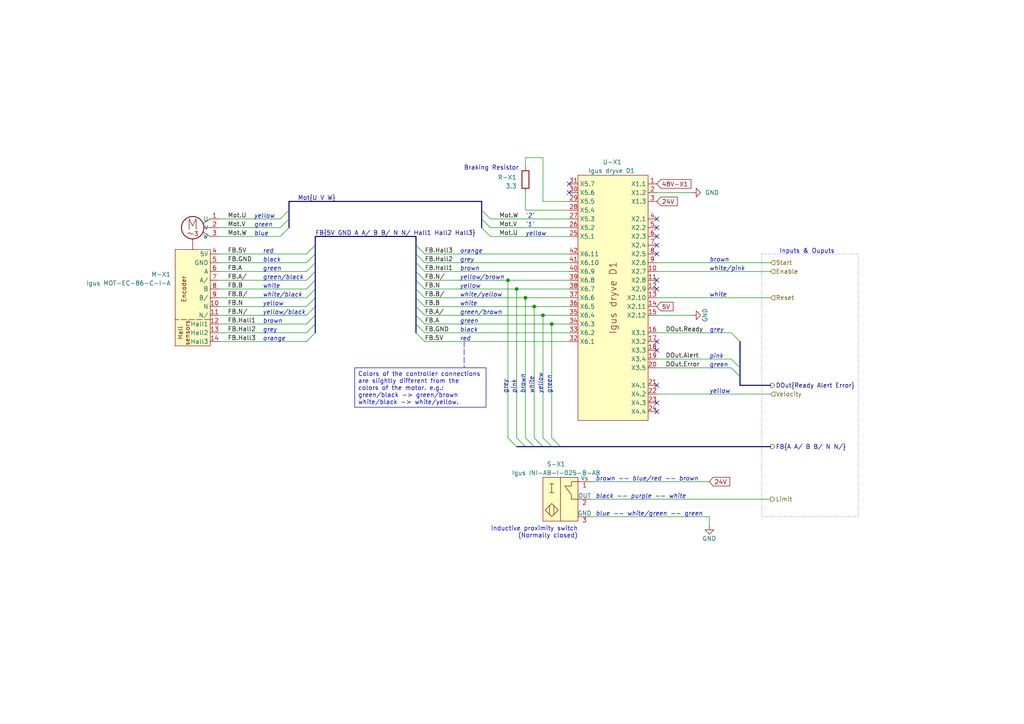
<source format=kicad_sch>
(kicad_sch (version 20250114) (generator "eeschema") (generator_version "9.0")
  (paper "A4")
  (title_block (title "Gantry Robot - Axis X1") (date "2024-03-18") (company "CITIC Research Center & Department of Computer Engineering, University of A Coruña."))
  (lib_symbols
    (symbol "Device:R" (pin_numbers (hide yes)) (pin_names (offset 0))
      (property "Reference" "R" (at 2.032 0 90))
      (property "Value" "R" (at 0 0 90))
      (symbol "R_0_1"
        (rectangle (start -1.016 -2.54) (end 1.016 2.54) (stroke (width 0.254)))
      )
      (symbol "R_1_1"
        (pin passive line (at 0 3.81 270) (length 1.27) (name "~") (number "1"))
        (pin passive line (at 0 -3.81 90) (length 1.27) (name "~") (number "2"))
      )
    )
    (symbol "Gantry_Robot_Components:Brushless_Motor_with_Hall_Sensors_and_RS-422_Encoder" (pin_names (offset 0.5))
      (property "Reference" "M" (at 5.08 2.54 0))
      (property "Value" "Brushless_Motor_with_Hall_Sensors_and_RS-422_Encoder" (at 33.02 0 0))
      (symbol "Brushless_Motor_with_Hall_Sensors_and_RS-422_Encoder_0_0"
        (polyline (pts (xy -1.016 -0.508) (xy -1.016 2.54) (xy 0 0.508) (xy 1.016 2.54) (xy 1.016 -0.508)))
        (arc (start 0.6112 -1.73) (mid 0.1862 -1.9307) (end -0.1508 -1.603))
        (arc (start 0.6371 -1.7016) (mid 1.0686 -1.4788) (end 1.3732 -1.857))
      )
      (symbol "Brushless_Motor_with_Hall_Sensors_and_RS-422_Encoder_0_1"
        (circle (center 0 0) (radius 3.2512) (stroke (width 0.254)))
      )
      (symbol "Brushless_Motor_with_Hall_Sensors_and_RS-422_Encoder_1_1"
        (polyline (pts (xy -5.08 2.54) (xy -3.048 1.27)))
        (polyline (pts (xy -5.08 0) (xy -3.302 0)))
        (polyline (pts (xy -5.08 -2.54) (xy -3.048 -1.27)))
        (rectangle (start -5.08 -6.35) (end 5.08 -34.29) (fill (type background)))
        (polyline (pts (xy -5.08 -26.67) (xy 5.08 -26.67)) (stroke (width 0) (type dash)))
        (polyline (pts (xy 0 -6.35) (xy 0 -3.302)))
        (text "3" (at -1.016 -1.778 0) (effects (font (size 1.27 1.27))))
        (text "Encoder" (at 2.54 -17.78 900) (effects (font (size 1.27 1.27))))
        (text "Hall\nsensors" (at 2.54 -30.48 900) (effects (font (size 1.27 1.27))))
        (pin passive line (at -7.62 2.54 0) (length 2.54) (name "U") (number "1"))
        (pin passive line (at -7.62 0 0) (length 2.54) (name "V") (number "2"))
        (pin passive line (at -7.62 -2.54 0) (length 2.54) (name "W") (number "3"))
        (pin power_in line (at -7.62 -7.62 0) (length 2.54) (name "5V") (number "4"))
        (pin power_in line (at -7.62 -10.16 0) (length 2.54) (name "GND") (number "5"))
        (pin output line (at -7.62 -12.7 0) (length 2.54) (name "A") (number "6"))
        (pin output line (at -7.62 -15.24 0) (length 2.54) (name "A/") (number "7"))
        (pin output line (at -7.62 -17.78 0) (length 2.54) (name "B") (number "8"))
        (pin output line (at -7.62 -20.32 0) (length 2.54) (name "B/") (number "9"))
        (pin output line (at -7.62 -22.86 0) (length 2.54) (name "N") (number "10"))
        (pin output line (at -7.62 -25.4 0) (length 2.54) (name "N/") (number "11"))
        (pin output line (at -7.62 -27.94 0) (length 2.54) (name "Hall1") (number "12"))
        (pin output line (at -7.62 -30.48 0) (length 2.54) (name "Hall2") (number "13"))
        (pin output line (at -7.62 -33.02 0) (length 2.54) (name "Hall3") (number "14"))
      )
    )
    (symbol "Gantry_Robot_Components:INI-AB-I-025-B-AB" (pin_names (offset 0))
      (property "Reference" "S" (at -5.715 7.62 0))
      (property "Value" "INI-AB-I-025-B-AB" (at 0 -9.525 0))
      (symbol "INI-AB-I-025-B-AB_0_1"
        (polyline (pts (xy -4.445 4.445) (xy -3.175 4.445)))
        (polyline (pts (xy -4.445 1.905) (xy -3.175 1.905)))
        (polyline (pts (xy -4.445 -1.905) (xy -4.445 -4.445)))
        (polyline (pts (xy -3.81 4.445) (xy -3.81 1.905)))
        (polyline (pts (xy -3.81 -1.27) (xy -5.715 -3.175) (xy -3.81 -5.08) (xy -1.905 -3.175) (xy -3.81 -1.27)))
        (polyline (pts (xy -3.175 -1.905) (xy -3.175 -4.445)))
        (polyline (pts (xy -1.27 6.35) (xy -1.27 -6.35)))
        (polyline (pts (xy 1.905 0) (xy 3.81 0)))
        (polyline (pts (xy 1.905 0) (xy 1.905 1.27) (xy 0 3.81) (xy 1.905 3.81) (xy 1.905 5.08) (xy 3.81 5.08)))
      )
      (symbol "INI-AB-I-025-B-AB_1_1"
        (rectangle (start -6.35 6.35) (end 3.81 -6.35) (fill (type background)))
        (pin power_in line (at 7.62 5.08 180) (length 3.81) (name "Vs") (number "1"))
        (pin output line (at 7.62 0 180) (length 3.81) (name "OUT") (number "2"))
        (pin power_in line (at 7.62 -5.08 180) (length 3.81) (name "GND") (number "3"))
      )
    )
    (symbol "Gantry_Robot_Components:Igus_dryve_D1"
      (property "Reference" "U" (at 40.64 12.7 0))
      (property "Value" "Igus dryve D1" (at 25.4 -12.7 0))
      (symbol "Igus_dryve_D1_1_1"
        (rectangle (start -35.56 10.16) (end 35.56 -10.16) (fill (type background)))
        (text "Igus dryve D1" (at 0 0 0) (effects (font (size 2 2))))
        (pin power_in line (at -33.02 12.7 270) (length 2.54) (name "X1.1") (number "1"))
        (pin power_out line (at -33.02 -12.7 90) (length 2.54) (name "X5.7") (number "31"))
        (pin power_in line (at -30.48 12.7 270) (length 2.54) (name "X1.2") (number "2"))
        (pin power_out line (at -30.48 -12.7 90) (length 2.54) (name "X5.6") (number "30"))
        (pin power_in line (at -27.94 12.7 270) (length 2.54) (name "X1.3") (number "3"))
        (pin passive line (at -27.94 -12.7 90) (length 2.54) (name "X5.5") (number "29"))
        (pin passive line (at -25.4 -12.7 90) (length 2.54) (name "X5.4") (number "28"))
        (pin input line (at -22.86 12.7 270) (length 2.54) (name "X2.1") (number "4"))
        (pin passive line (at -22.86 -12.7 90) (length 2.54) (name "X5.3") (number "27"))
        (pin input line (at -20.32 12.7 270) (length 2.54) (name "X2.2") (number "5"))
        (pin passive line (at -20.32 -12.7 90) (length 2.54) (name "X5.2") (number "26"))
        (pin input line (at -17.78 12.7 270) (length 2.54) (name "X2.3") (number "6"))
        (pin passive line (at -17.78 -12.7 90) (length 2.54) (name "X5.1") (number "25"))
        (pin input line (at -15.24 12.7 270) (length 2.54) (name "X2.4") (number "7"))
        (pin input line (at -12.7 12.7 270) (length 2.54) (name "X2.5") (number "8"))
        (pin input line (at -12.7 -12.7 90) (length 2.54) (name "X6.11") (number "42"))
        (pin input line (at -10.16 12.7 270) (length 2.54) (name "X2.6") (number "9"))
        (pin input line (at -10.16 -12.7 90) (length 2.54) (name "X6.10") (number "41"))
        (pin input line (at -7.62 12.7 270) (length 2.54) (name "X2.7") (number "10"))
        (pin input line (at -7.62 -12.7 90) (length 2.54) (name "X6.9") (number "40"))
        (pin input line (at -5.08 12.7 270) (length 2.54) (name "X2.8") (number "11"))
        (pin input line (at -5.08 -12.7 90) (length 2.54) (name "X6.8") (number "39"))
        (pin input line (at -2.54 12.7 270) (length 2.54) (name "X2.9") (number "12"))
        (pin input line (at -2.54 -12.7 90) (length 2.54) (name "X6.7") (number "38"))
        (pin input line (at 0 12.7 270) (length 2.54) (name "X2.10") (number "13"))
        (pin input line (at 0 -12.7 90) (length 2.54) (name "X6.6") (number "37"))
        (pin power_in line (at 2.54 12.7 270) (length 2.54) (name "X2.11") (number "14"))
        (pin input line (at 2.54 -12.7 90) (length 2.54) (name "X6.5") (number "36"))
        (pin power_in line (at 5.08 12.7 270) (length 2.54) (name "X2.12") (number "15"))
        (pin input line (at 5.08 -12.7 90) (length 2.54) (name "X6.4") (number "35"))
        (pin input line (at 7.62 -12.7 90) (length 2.54) (name "X6.3") (number "34"))
        (pin output line (at 10.16 12.7 270) (length 2.54) (name "X3.1") (number "16"))
        (pin power_out line (at 10.16 -12.7 90) (length 2.54) (name "X6.2") (number "33"))
        (pin output line (at 12.7 12.7 270) (length 2.54) (name "X3.2") (number "17"))
        (pin power_out line (at 12.7 -12.7 90) (length 2.54) (name "X6.1") (number "32"))
        (pin output line (at 15.24 12.7 270) (length 2.54) (name "X3.3") (number "18"))
        (pin output line (at 17.78 12.7 270) (length 2.54) (name "X3.4") (number "19"))
        (pin output line (at 20.32 12.7 270) (length 2.54) (name "X3.5") (number "20"))
        (pin power_out line (at 25.4 12.7 270) (length 2.54) (name "X4.1") (number "21"))
        (pin input line (at 27.94 12.7 270) (length 2.54) (name "X4.2") (number "22"))
        (pin input line (at 30.48 12.7 270) (length 2.54) (name "X4.3") (number "23"))
        (pin power_out line (at 33.02 12.7 270) (length 2.54) (name "X4.4") (number "24"))
      )
    )
    (symbol "power:GND" (power) (pin_names (offset 0))
      (property "Value" "GND" (at 0 -3.81 0))
      (symbol "GND_0_1"
        (polyline (pts (xy 0 0) (xy 0 -1.27) (xy 1.27 -1.27) (xy 0 -2.54) (xy -1.27 -1.27) (xy 0 -1.27)))
      )
      (symbol "GND_1_1"
        (pin power_in line (at 0 0 270) (length 0) (hide yes) (name "GND") (number "1"))
      )
    )
  )
  (rectangle (start 220.98 73.66) (end 248.92 149.86) (stroke (width 0) (type dot)))
  (text "white/yellow" (at 133.35 86.36 0) (effects (font (size 1.27 1.27) (italic yes)) (justify left bottom)))
  (text "brown" (at 205.74 76.2 0) (effects (font (size 1.27 1.27) (italic yes)) (justify left bottom)))
  (text "white/pink" (at 205.74 78.74 0) (effects (font (size 1.27 1.27) (italic yes)) (justify left bottom)))
  (text "white" (at 76.2 83.82 0) (effects (font (size 1.27 1.27) (italic yes)) (justify left bottom)))
  (text "pink" (at 149.86 114.3 90) (effects (font (size 1.27 1.27) (italic yes)) (justify left bottom)))
  (text "Inputs & Ouputs" (at 226.06 73.66 0) (effects (font (size 1.27 1.27)) (justify left bottom)))
  (text "white" (at 133.35 88.9 0) (effects (font (size 1.27 1.27) (italic yes)) (justify left bottom)))
  (text "black" (at 133.35 96.52 0) (effects (font (size 1.27 1.27) (italic yes)) (justify left bottom)))
  (text "brown" (at 133.35 78.74 0) (effects (font (size 1.27 1.27) (italic yes)) (justify left bottom)))
  (text "orange" (at 76.2 99.06 0) (effects (font (size 1.27 1.27) (italic yes)) (justify left bottom)))
  (text "white" (at 154.94 114.3 90) (effects (font (size 1.27 1.27) (italic yes)) (justify left bottom)))
  (text "red" (at 76.2 73.66 0) (effects (font (size 1.27 1.27) (italic yes)) (justify left bottom)))
  (text "yellow" (at 133.35 83.82 0) (effects (font (size 1.27 1.27) (italic yes)) (justify left bottom)))
  (text "yellow/black" (at 76.2 91.44 0) (effects (font (size 1.27 1.27) (italic yes)) (justify left bottom)))
  (text "yellow/brown" (at 133.35 81.28 0) (effects (font (size 1.27 1.27) (italic yes)) (justify left bottom)))
  (text "Braking Resistor" (at 150.495 49.53 0) (effects (font (size 1.27 1.27)) (justify right bottom)))
  (text "green/black" (at 76.2 81.28 0) (effects (font (size 1.27 1.27) (italic yes)) (justify left bottom)))
  (text "grey" (at 147.32 114.3 90) (effects (font (size 1.27 1.27) (italic yes)) (justify left bottom)))
  (text "black" (at 76.2 76.2 0) (effects (font (size 1.27 1.27) (italic yes)) (justify left bottom)))
  (text "green" (at 73.66 66.04 0) (effects (font (size 1.27 1.27) (italic yes)) (justify left bottom)))
  (text "blue" (at 73.66 68.58 0) (effects (font (size 1.27 1.27) (italic yes)) (justify left bottom)))
  (text "'2'" (at 152.4 63.5 0) (effects (font (size 1.27 1.27) (italic yes)) (justify left bottom)))
  (text "yellow" (at 76.2 88.9 0) (effects (font (size 1.27 1.27) (italic yes)) (justify left bottom)))
  (text "orange" (at 133.35 73.66 0) (effects (font (size 1.27 1.27) (italic yes)) (justify left bottom)))
  (text "green" (at 76.2 78.74 0) (effects (font (size 1.27 1.27) (italic yes)) (justify left bottom)))
  (text "red" (at 133.35 99.06 0) (effects (font (size 1.27 1.27) (italic yes)) (justify left bottom)))
  (text "brown" (at 76.2 93.98 0) (effects (font (size 1.27 1.27) (italic yes)) (justify left bottom)))
  (text "'1'" (at 152.4 66.04 0) (effects (font (size 1.27 1.27) (italic yes)) (justify left bottom)))
  (text "blue -- white/green -- green" (at 172.72 149.86 0) (effects (font (size 1.27 1.27) (italic yes)) (justify left bottom)))
  (text "yellow" (at 73.66 63.5 0) (effects (font (size 1.27 1.27) (italic yes)) (justify left bottom)))
  (text "brown" (at 152.4 114.3 90) (effects (font (size 1.27 1.27) (italic yes)) (justify left bottom)))
  (text "yellow" (at 157.48 114.3 90) (effects (font (size 1.27 1.27) (italic yes)) (justify left bottom)))
  (text "white/black" (at 76.2 86.36 0) (effects (font (size 1.27 1.27) (italic yes)) (justify left bottom)))
  (text "grey" (at 76.2 96.52 0) (effects (font (size 1.27 1.27) (italic yes)) (justify left bottom)))
  (text "yellow" (at 152.4 68.58 0) (effects (font (size 1.27 1.27) (italic yes)) (justify left bottom)))
  (text "green/brown" (at 133.35 91.44 0) (effects (font (size 1.27 1.27) (italic yes)) (justify left bottom)))
  (text "brown -- blue/red -- brown" (at 172.72 139.7 0) (effects (font (size 1.27 1.27) (italic yes)) (justify left bottom)))
  (text "yellow" (at 205.74 114.3 0) (effects (font (size 1.27 1.27) (italic yes)) (justify left bottom)))
  (text "Inductive proximity switch\n(Normally closed)" (at 167.64 156.21 0) (effects (font (size 1.27 1.27)) (justify right bottom)))
  (text "black -- purple -- white" (at 172.72 144.78 0) (effects (font (size 1.27 1.27) (italic yes)) (justify left bottom)))
  (text "grey" (at 205.74 96.52 0) (effects (font (size 1.27 1.27) (italic yes)) (justify left bottom)))
  (text "white" (at 205.74 86.36 0) (effects (font (size 1.27 1.27) (italic yes)) (justify left bottom)))
  (text "pink" (at 205.74 104.14 0) (effects (font (size 1.27 1.27) (italic yes)) (justify left bottom)))
  (text "green" (at 133.35 93.98 0) (effects (font (size 1.27 1.27) (italic yes)) (justify left bottom)))
  (text "grey" (at 133.35 76.2 0) (effects (font (size 1.27 1.27) (italic yes)) (justify left bottom)))
  (text "green" (at 160.02 114.3 90) (effects (font (size 1.27 1.27) (italic yes)) (justify left bottom)))
  (text "green" (at 205.74 106.68 0) (effects (font (size 1.27 1.27) (italic yes)) (justify left bottom)))
  (text_box "Colors of the controller connections are slightly different from the colors of the motor. e.g.:\ngreen/black -> green/brown\nwhite/black -> white/yellow." (at 102.87 106.68 0) (size 38.1 11.43) (margins 0.9525 0.9525 0.9525 0.9525) (effects (font (size 1.27 1.27)) (justify left top)))
  (junction (at 154.94 88.9))
  (junction (at 152.4 86.36))
  (junction (at 157.48 91.44))
  (junction (at 149.86 83.82))
  (junction (at 147.32 81.28))
  (junction (at 160.02 93.98))
  (no_connect (at 190.5 71.12))
  (no_connect (at 190.5 73.66))
  (no_connect (at 190.5 66.04))
  (no_connect (at 190.5 99.06))
  (no_connect (at 190.5 63.5))
  (no_connect (at 190.5 119.38))
  (no_connect (at 165.1 53.34))
  (no_connect (at 165.1 55.88))
  (no_connect (at 190.5 81.28))
  (no_connect (at 190.5 111.76))
  (no_connect (at 190.5 68.58))
  (no_connect (at 190.5 101.6))
  (no_connect (at 190.5 83.82))
  (no_connect (at 190.5 116.84))
  (bus_entry (at 120.65 96.52) (size 2.54 2.54))
  (bus_entry (at 88.9 76.2) (size 2.54 -2.54))
  (bus_entry (at 88.9 91.44) (size 2.54 -2.54))
  (bus_entry (at 212.09 104.14) (size 2.54 2.54))
  (bus_entry (at 88.9 78.74) (size 2.54 -2.54))
  (bus_entry (at 149.86 127) (size 2.54 2.54))
  (bus_entry (at 88.9 96.52) (size 2.54 -2.54))
  (bus_entry (at 139.7 66.04) (size 2.54 2.54))
  (bus_entry (at 120.65 93.98) (size 2.54 2.54))
  (bus_entry (at 212.09 106.68) (size 2.54 2.54))
  (bus_entry (at 88.9 88.9) (size 2.54 -2.54))
  (bus_entry (at 120.65 73.66) (size 2.54 2.54))
  (bus_entry (at 152.4 127) (size 2.54 2.54))
  (bus_entry (at 88.9 81.28) (size 2.54 -2.54))
  (bus_entry (at 81.28 68.58) (size 2.54 -2.54))
  (bus_entry (at 120.65 88.9) (size 2.54 2.54))
  (bus_entry (at 154.94 127) (size 2.54 2.54))
  (bus_entry (at 88.9 83.82) (size 2.54 -2.54))
  (bus_entry (at 88.9 99.06) (size 2.54 -2.54))
  (bus_entry (at 120.65 76.2) (size 2.54 2.54))
  (bus_entry (at 157.48 127) (size 2.54 2.54))
  (bus_entry (at 142.24 63.5) (size -2.54 -2.54))
  (bus_entry (at 147.32 127) (size 2.54 2.54))
  (bus_entry (at 88.9 86.36) (size 2.54 -2.54))
  (bus_entry (at 212.09 96.52) (size 2.54 2.54))
  (bus_entry (at 88.9 93.98) (size 2.54 -2.54))
  (bus_entry (at 81.28 63.5) (size 2.54 -2.54))
  (bus_entry (at 123.19 81.28) (size -2.54 -2.54))
  (bus_entry (at 81.28 66.04) (size 2.54 -2.54))
  (bus_entry (at 120.65 83.82) (size 2.54 2.54))
  (bus_entry (at 120.65 86.36) (size 2.54 2.54))
  (bus_entry (at 160.02 127) (size 2.54 2.54))
  (bus_entry (at 120.65 81.28) (size 2.54 2.54))
  (bus_entry (at 88.9 73.66) (size 2.54 -2.54))
  (bus_entry (at 120.65 71.12) (size 2.54 2.54))
  (bus_entry (at 120.65 91.44) (size 2.54 2.54))
  (bus_entry (at 142.24 66.04) (size -2.54 -2.54))
  (wire (pts (xy 63.5 93.98) (xy 88.9 93.98)))
  (bus (pts (xy 91.44 88.9) (xy 91.44 91.44)))
  (bus (pts (xy 214.63 109.22) (xy 214.63 106.68)))
  (bus (pts (xy 154.94 129.54) (xy 157.48 129.54)))
  (wire (pts (xy 171.45 149.86) (xy 205.74 149.86)))
  (wire (pts (xy 63.5 91.44) (xy 88.9 91.44)))
  (wire (pts (xy 149.86 83.82) (xy 149.86 127)))
  (wire (pts (xy 157.48 58.42) (xy 165.1 58.42)))
  (bus (pts (xy 120.65 76.2) (xy 120.65 78.74)))
  (wire (pts (xy 149.86 83.82) (xy 165.1 83.82)))
  (wire (pts (xy 152.4 45.72) (xy 157.48 45.72)))
  (wire (pts (xy 200.66 91.44) (xy 190.5 91.44)))
  (wire (pts (xy 171.45 144.78) (xy 223.52 144.78)))
  (wire (pts (xy 165.1 99.06) (xy 123.19 99.06)))
  (bus (pts (xy 214.63 99.06) (xy 214.63 106.68)))
  (wire (pts (xy 157.48 45.72) (xy 157.48 58.42)))
  (bus (pts (xy 91.44 81.28) (xy 91.44 83.82)))
  (bus (pts (xy 120.65 93.98) (xy 120.65 91.44)))
  (bus (pts (xy 120.65 68.58) (xy 120.65 71.12)))
  (bus (pts (xy 120.65 83.82) (xy 120.65 81.28)))
  (bus (pts (xy 120.65 73.66) (xy 120.65 76.2)))
  (wire (pts (xy 147.32 81.28) (xy 165.1 81.28)))
  (bus (pts (xy 160.02 129.54) (xy 162.56 129.54)))
  (wire (pts (xy 123.19 83.82) (xy 149.86 83.82)))
  (wire (pts (xy 152.4 55.88) (xy 152.4 60.96)))
  (wire (pts (xy 157.48 91.44) (xy 157.48 127)))
  (bus (pts (xy 91.44 68.58) (xy 120.65 68.58)))
  (wire (pts (xy 190.5 114.3) (xy 223.52 114.3)))
  (wire (pts (xy 63.5 63.5) (xy 81.28 63.5)))
  (wire (pts (xy 212.09 104.14) (xy 190.5 104.14)))
  (wire (pts (xy 63.5 83.82) (xy 88.9 83.82)))
  (bus (pts (xy 120.65 81.28) (xy 120.65 78.74)))
  (bus (pts (xy 91.44 83.82) (xy 91.44 86.36)))
  (wire (pts (xy 205.74 139.7) (xy 171.45 139.7)))
  (bus (pts (xy 83.82 58.42) (xy 139.7 58.42)))
  (bus (pts (xy 162.56 129.54) (xy 223.52 129.54)))
  (wire (pts (xy 152.4 86.36) (xy 152.4 127)))
  (bus (pts (xy 91.44 78.74) (xy 91.44 81.28)))
  (wire (pts (xy 123.19 91.44) (xy 157.48 91.44)))
  (wire (pts (xy 142.24 63.5) (xy 165.1 63.5)))
  (bus (pts (xy 91.44 76.2) (xy 91.44 78.74)))
  (wire (pts (xy 157.48 91.44) (xy 165.1 91.44)))
  (wire (pts (xy 63.5 86.36) (xy 88.9 86.36)))
  (wire (pts (xy 152.4 48.26) (xy 152.4 45.72)))
  (bus (pts (xy 120.65 71.12) (xy 120.65 73.66)))
  (bus (pts (xy 223.52 111.76) (xy 214.63 111.76)))
  (wire (pts (xy 123.19 86.36) (xy 152.4 86.36)))
  (bus (pts (xy 214.63 111.76) (xy 214.63 109.22)))
  (bus (pts (xy 83.82 58.42) (xy 83.82 60.96)))
  (wire (pts (xy 212.09 96.52) (xy 190.5 96.52)))
  (wire (pts (xy 63.5 96.52) (xy 88.9 96.52)))
  (wire (pts (xy 63.5 99.06) (xy 88.9 99.06)))
  (bus (pts (xy 120.65 91.44) (xy 120.65 88.9)))
  (bus (pts (xy 91.44 73.66) (xy 91.44 76.2)))
  (wire (pts (xy 123.19 81.28) (xy 147.32 81.28)))
  (wire (pts (xy 152.4 86.36) (xy 165.1 86.36)))
  (wire (pts (xy 165.1 73.66) (xy 123.19 73.66)))
  (wire (pts (xy 63.5 76.2) (xy 88.9 76.2)))
  (wire (pts (xy 160.02 93.98) (xy 165.1 93.98)))
  (bus (pts (xy 91.44 71.12) (xy 91.44 73.66)))
  (bus (pts (xy 149.86 129.54) (xy 152.4 129.54)))
  (bus (pts (xy 152.4 129.54) (xy 154.94 129.54)))
  (bus (pts (xy 139.7 63.5) (xy 139.7 66.04)))
  (wire (pts (xy 165.1 76.2) (xy 123.19 76.2)))
  (wire (pts (xy 63.5 78.74) (xy 88.9 78.74)))
  (bus (pts (xy 91.44 86.36) (xy 91.44 88.9)))
  (bus (pts (xy 83.82 63.5) (xy 83.82 60.96)))
  (wire (pts (xy 142.24 68.58) (xy 165.1 68.58)))
  (wire (pts (xy 190.5 55.88) (xy 200.66 55.88)))
  (bus (pts (xy 139.7 58.42) (xy 139.7 60.96)))
  (bus (pts (xy 91.44 71.12) (xy 91.44 68.58)))
  (bus (pts (xy 139.7 60.96) (xy 139.7 63.5)))
  (bus (pts (xy 91.44 93.98) (xy 91.44 96.52)))
  (wire (pts (xy 123.19 93.98) (xy 160.02 93.98)))
  (bus (pts (xy 120.65 88.9) (xy 120.65 86.36)))
  (wire (pts (xy 154.94 88.9) (xy 165.1 88.9)))
  (wire (pts (xy 165.1 78.74) (xy 123.19 78.74)))
  (wire (pts (xy 63.5 88.9) (xy 88.9 88.9)))
  (wire (pts (xy 154.94 88.9) (xy 154.94 127)))
  (wire (pts (xy 212.09 106.68) (xy 190.5 106.68)))
  (wire (pts (xy 190.5 78.74) (xy 223.52 78.74)))
  (wire (pts (xy 165.1 96.52) (xy 123.19 96.52)))
  (wire (pts (xy 147.32 81.28) (xy 147.32 127)))
  (bus (pts (xy 120.65 96.52) (xy 120.65 93.98)))
  (wire (pts (xy 165.1 60.96) (xy 152.4 60.96)))
  (polyline (pts (xy 134.62 99.06) (xy 134.62 106.68)) (stroke (width 0) (type dash)))
  (wire (pts (xy 63.5 81.28) (xy 88.9 81.28)))
  (wire (pts (xy 123.19 88.9) (xy 154.94 88.9)))
  (bus (pts (xy 83.82 66.04) (xy 83.82 63.5)))
  (wire (pts (xy 190.5 76.2) (xy 223.52 76.2)))
  (wire (pts (xy 142.24 66.04) (xy 165.1 66.04)))
  (wire (pts (xy 63.5 66.04) (xy 81.28 66.04)))
  (bus (pts (xy 91.44 91.44) (xy 91.44 93.98)))
  (bus (pts (xy 120.65 86.36) (xy 120.65 83.82)))
  (wire (pts (xy 190.5 86.36) (xy 223.52 86.36)))
  (wire (pts (xy 63.5 68.58) (xy 81.28 68.58)))
  (wire (pts (xy 205.74 149.86) (xy 205.74 152.4)))
  (wire (pts (xy 160.02 93.98) (xy 160.02 127)))
  (wire (pts (xy 63.5 73.66) (xy 88.9 73.66)))
  (bus (pts (xy 157.48 129.54) (xy 160.02 129.54)))
  (label "FB.5V" (at 66.04 73.66 0))
  (label "FB.Hall1" (at 123.19 78.74 0))
  (label "FB.5V" (at 123.19 99.06 0))
  (label "FB.GND" (at 123.19 96.52 0))
  (label "FB.Hall3" (at 123.19 73.66 0))
  (label "Mot.U" (at 144.78 68.58 0))
  (label "DOut.Ready" (at 193.04 96.52 0))
  (label "FB.Hall3" (at 66.04 99.06 0))
  (label "FB{5V GND A A{slash} B B{slash} N N{slash} Hall1 Hall2 Hall3}" (at 91.44 68.58 0))
  (label "FB.N{slash}" (at 123.19 81.28 0))
  (label "FB.B{slash}" (at 123.19 86.36 0))
  (label "Mot{U V W}" (at 86.36 58.42 0))
  (label "Mot.V" (at 144.78 66.04 0))
  (label "DOut.Error" (at 193.04 106.68 0))
  (label "FB.N" (at 123.19 83.82 0))
  (label "FB.A{slash}" (at 123.19 91.44 0))
  (label "FB.A" (at 66.04 78.74 0))
  (label "FB.N" (at 66.04 88.9 0))
  (label "FB.Hall1" (at 66.04 93.98 0))
  (label "FB.B" (at 123.19 88.9 0))
  (label "FB.Hall2" (at 123.19 76.2 0))
  (label "Mot.U" (at 66.04 63.5 0))
  (label "FB.GND" (at 66.04 76.2 0))
  (label "DOut.Alert" (at 193.04 104.14 0))
  (label "FB.A" (at 123.19 93.98 0))
  (label "FB.B" (at 66.04 83.82 0))
  (label "FB.Hall2" (at 66.04 96.52 0))
  (label "Mot.V" (at 66.04 66.04 0))
  (label "Mot.W" (at 66.04 68.58 0))
  (label "FB.N{slash}" (at 66.04 91.44 0))
  (label "FB.B{slash}" (at 66.04 86.36 0))
  (label "Mot.W" (at 144.78 63.5 0))
  (label "FB.A{slash}" (at 66.04 81.28 0))
  (global_label "48V-X1" (shape input) (at 190.5 53.34 0) (property "Intersheetrefs" "${INTERSHEET_REFS}" (effects (hide yes))))
  (global_label "24V" (shape input) (at 205.74 139.7 0) (property "Intersheetrefs" "${INTERSHEET_REFS}" (effects (hide yes))))
  (global_label "24V" (shape input) (at 190.5 58.42 0) (property "Intersheetrefs" "${INTERSHEET_REFS}" (effects (hide yes))))
  (global_label "5V" (shape input) (at 190.5 88.9 0) (property "Intersheetrefs" "${INTERSHEET_REFS}" (effects (hide yes))))
  (hierarchical_label "Start" (shape input) (at 223.52 76.2 0))
  (hierarchical_label "Limit" (shape output) (at 223.52 144.78 0))
  (hierarchical_label "DOut{Ready Alert Error}" (shape output) (at 223.52 111.76 0))
  (hierarchical_label "Enable" (shape input) (at 223.52 78.74 0))
  (hierarchical_label "FB{A A{slash} B B{slash} N N{slash}}" (shape output) (at 223.52 129.54 0))
  (hierarchical_label "Reset" (shape input) (at 223.52 86.36 0))
  (hierarchical_label "Velocity" (shape input) (at 223.52 114.3 0))
  (symbol (lib_id "Gantry_Robot_Components:Brushless_Motor_with_Hall_Sensors_and_RS-422_Encoder") (at 55.88 66.04 0) (mirror y) (unit 1)
    (property "Reference" "M-X1" (at 49.53 79.5909 0) (effects (justify left)))
    (property "Value" "Igus MOT-EC-86-C-I-A" (at 49.53 82.1309 0) (effects (justify left)))
  )
  (symbol (lib_id "power:GND") (at 200.66 55.88 90) (mirror x) (unit 1)
    (property "Reference" "#PWR033" (effects (hide yes)))
    (property "Value" "GND" (at 204.47 55.88 90) (effects (justify right)))
  )
  (symbol (lib_id "Gantry_Robot_Components:INI-AB-I-025-B-AB") (at 163.83 144.78 0) (unit 1)
    (property "Reference" "S-X1" (at 161.29 134.62 0))
    (property "Value" "Igus INI-AB-I-025-B-AB" (at 161.29 137.16 0))
    (property "Datasheet" "https://www.igus.com/ContentData/Products/Downloads/drylin_E_accessories_EN.pdf" (effects (hide yes)))
  )
  (symbol (lib_id "power:GND") (at 200.66 91.44 90) (unit 1)
    (property "Reference" "#PWR034" (effects (hide yes)))
    (property "Value" "GND" (at 204.47 91.44 0))
  )
  (symbol (lib_id "power:GND") (at 205.74 152.4 0) (unit 1)
    (property "Reference" "#PWR032" (effects (hide yes)))
    (property "Value" "GND" (at 205.74 156.21 0))
  )
  (symbol (lib_id "Device:R") (at 152.4 52.07 0) (mirror y) (unit 1)
    (property "Reference" "R-X1" (at 149.86 51.435 0) (effects (justify left)))
    (property "Value" "3.3" (at 149.86 53.975 0) (effects (justify left)))
  )
  (symbol (lib_id "Gantry_Robot_Components:Igus_dryve_D1") (at 177.8 86.36 270) (unit 1)
    (property "Reference" "U-X1" (at 180.34 46.99 90) (effects (justify right)))
    (property "Value" "Igus dryve D1" (at 184.15 49.53 90) (effects (justify right)))
    (property "Datasheet" "https://igus.widen.net/content/lx2pnlx7jc/original/Operating%20Manual%20dryve%20D1%20V3.0.1.pdf" (effects (hide yes)))
  )
)
</source>
